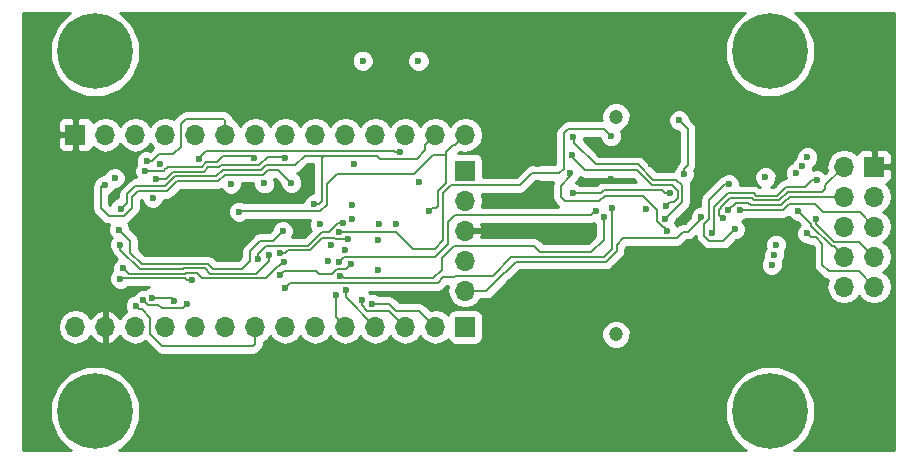
<source format=gbl>
G04 #@! TF.FileFunction,Copper,L4,Bot,Signal*
%FSLAX46Y46*%
G04 Gerber Fmt 4.6, Leading zero omitted, Abs format (unit mm)*
G04 Created by KiCad (PCBNEW 4.0.7) date 12/11/17 20:33:10*
%MOMM*%
%LPD*%
G01*
G04 APERTURE LIST*
%ADD10C,0.100000*%
%ADD11C,6.400000*%
%ADD12C,1.200000*%
%ADD13R,1.700000X1.700000*%
%ADD14O,1.700000X1.700000*%
%ADD15C,0.600000*%
%ADD16C,0.203200*%
%ADD17C,0.254000*%
G04 APERTURE END LIST*
D10*
D11*
X108150000Y-58520000D03*
X51000000Y-58520000D03*
X108150000Y-89000000D03*
X51000000Y-89000000D03*
D12*
X95108340Y-82484180D03*
X95108340Y-64057180D03*
D13*
X49339500Y-65580960D03*
D14*
X51879500Y-65580960D03*
X54419500Y-65580960D03*
X56959500Y-65580960D03*
X59499500Y-65580960D03*
X62039500Y-65580960D03*
X64579500Y-65580960D03*
X67119500Y-65580960D03*
X69659500Y-65580960D03*
X72199500Y-65580960D03*
X74739500Y-65580960D03*
X77279500Y-65580960D03*
X79819500Y-65580960D03*
X82359500Y-65580960D03*
D13*
X82359500Y-81854840D03*
D14*
X79819500Y-81854840D03*
X77279500Y-81854840D03*
X74739500Y-81854840D03*
X72199500Y-81854840D03*
X69659500Y-81854840D03*
X67119500Y-81854840D03*
X64579500Y-81854840D03*
X62039500Y-81854840D03*
X59499500Y-81854840D03*
X56959500Y-81854840D03*
X54419500Y-81854840D03*
X51879500Y-81854840D03*
X49339500Y-81854840D03*
D13*
X82336640Y-68613020D03*
D14*
X82336640Y-71153020D03*
X82336640Y-73693020D03*
X82336640Y-76233020D03*
X82336640Y-78773020D03*
D13*
X116964460Y-68275200D03*
D14*
X114424460Y-68275200D03*
X116964460Y-70815200D03*
X114424460Y-70815200D03*
X116964460Y-73355200D03*
X114424460Y-73355200D03*
X116964460Y-75895200D03*
X114424460Y-75895200D03*
X116964460Y-78435200D03*
X114424460Y-78435200D03*
D15*
X72787068Y-72707242D03*
X56390540Y-72260460D03*
X88720420Y-78927960D03*
X101521260Y-76758800D03*
X97815400Y-78973680D03*
X97646664Y-71855396D03*
X94663260Y-69372480D03*
X98044000Y-68064380D03*
X97844460Y-66470680D03*
X88521540Y-71290180D03*
X88488520Y-69662040D03*
X88487200Y-68070680D03*
X88557100Y-66466720D03*
X105789340Y-67960240D03*
X68676520Y-59390280D03*
X76448920Y-73129140D03*
X64792860Y-73253600D03*
X60131860Y-73266300D03*
X48480980Y-73243440D03*
X55892700Y-70933550D03*
X52671980Y-69245480D03*
X107769660Y-69176900D03*
X73670160Y-59319160D03*
X78392020Y-59319160D03*
X72745988Y-71552816D03*
X72892920Y-68094860D03*
X78407260Y-69618860D03*
X65338960Y-69702680D03*
X62529720Y-69758560D03*
X56491400Y-68087240D03*
X110333380Y-68839080D03*
X108666280Y-74881740D03*
X110884397Y-68259095D03*
X108493560Y-75778360D03*
X111318040Y-67485260D03*
X108297980Y-76606400D03*
X55379620Y-67843020D03*
X64485520Y-67550920D03*
X55227220Y-68661280D03*
X67066160Y-67550920D03*
X56177180Y-69290441D03*
X100449380Y-64348360D03*
X100860860Y-68900040D03*
X59832240Y-67604640D03*
X76845160Y-67017900D03*
X69570600Y-71440040D03*
X53172360Y-71831200D03*
X63186940Y-72092820D03*
X79272620Y-72057260D03*
X51831240Y-69829680D03*
X67635120Y-69653980D03*
X74429620Y-79885540D03*
X70027800Y-73141840D03*
X73591420Y-79606140D03*
X70957440Y-74911840D03*
X70701478Y-76250222D03*
X72232520Y-78757679D03*
X71368920Y-79134080D03*
X75001120Y-77062660D03*
X72146264Y-75321919D03*
X74993500Y-74462660D03*
X54452483Y-80066555D03*
X75008740Y-73162660D03*
X58826400Y-79900780D03*
X55091992Y-79585897D03*
X57731660Y-79656940D03*
X55862274Y-79369866D03*
X102318820Y-72532240D03*
X71988680Y-73052940D03*
X64772540Y-76116180D03*
X91457780Y-65811400D03*
X99293680Y-72699880D03*
X104134920Y-72664320D03*
X72669400Y-76525120D03*
X66685160Y-77424280D03*
X91231720Y-68836540D03*
X99448620Y-73720960D03*
X103263700Y-73941680D03*
X112113060Y-69448680D03*
X72463660Y-74449940D03*
X66678819Y-75622917D03*
X91386660Y-67337940D03*
X99381334Y-71586066D03*
X104622600Y-71991680D03*
X91470480Y-70533260D03*
X99659440Y-70545960D03*
X105592880Y-71953120D03*
X71662194Y-73805954D03*
X94688660Y-65725040D03*
X66895980Y-73728580D03*
X53047900Y-73642220D03*
X71650860Y-76351278D03*
X93390720Y-72011540D03*
X65722500Y-75725020D03*
X53154580Y-74891900D03*
X112036860Y-72702420D03*
X71777860Y-77554478D03*
X94076520Y-72588120D03*
X67012820Y-76349860D03*
X53398420Y-76893420D03*
X110523020Y-72044560D03*
X67119500Y-78559660D03*
X94757240Y-71770240D03*
X53149500Y-77769720D03*
X59235340Y-77901800D03*
X104675940Y-69768720D03*
X105161080Y-73588880D03*
X111328200Y-73941680D03*
D16*
X62039500Y-65580960D02*
X62039500Y-64378879D01*
X62039500Y-64378879D02*
X61892141Y-64231520D01*
X58254900Y-66614040D02*
X57627520Y-67241420D01*
X61892141Y-64231520D02*
X58727340Y-64231520D01*
X58727340Y-64231520D02*
X58254900Y-64703960D01*
X58254900Y-64703960D02*
X58254900Y-66614040D01*
X57627520Y-67241420D02*
X56405484Y-67241420D01*
X56405484Y-67241420D02*
X55803884Y-67843020D01*
X55803884Y-67843020D02*
X55379620Y-67843020D01*
X61843920Y-67388740D02*
X64323340Y-67388740D01*
X64323340Y-67388740D02*
X64485520Y-67550920D01*
X60411360Y-67915890D02*
X61316770Y-67915890D01*
X61316770Y-67915890D02*
X61843920Y-67388740D01*
X57146185Y-68292980D02*
X60034270Y-68292980D01*
X60034270Y-68292980D02*
X60411360Y-67915890D01*
X56863359Y-68688841D02*
X56863359Y-68575806D01*
X56863359Y-68575806D02*
X57146185Y-68292980D01*
X55227220Y-68661280D02*
X55651484Y-68661280D01*
X55651484Y-68661280D02*
X55679045Y-68688841D01*
X55679045Y-68688841D02*
X56863359Y-68688841D01*
X65610740Y-67431920D02*
X66947160Y-67431920D01*
X66947160Y-67431920D02*
X67066160Y-67550920D01*
X64890139Y-68152521D02*
X65610740Y-67431920D01*
X61483785Y-68319100D02*
X61650364Y-68152521D01*
X61650364Y-68152521D02*
X64890139Y-68152521D01*
X57617360Y-68696190D02*
X60201285Y-68696190D01*
X60201285Y-68696190D02*
X60578375Y-68319100D01*
X60578375Y-68319100D02*
X61483785Y-68319100D01*
X57023109Y-69290441D02*
X57617360Y-68696190D01*
X56177180Y-69290441D02*
X57023109Y-69290441D01*
X101191060Y-65090040D02*
X100449380Y-64348360D01*
X101191060Y-68145576D02*
X101191060Y-65090040D01*
X100860860Y-68900040D02*
X100860860Y-68475776D01*
X100860860Y-68475776D02*
X101191060Y-68145576D01*
X60416440Y-66949320D02*
X59832240Y-67533520D01*
X59832240Y-67533520D02*
X59832240Y-67604640D01*
X76352316Y-66949320D02*
X60416440Y-66949320D01*
X76845160Y-67017900D02*
X76420896Y-67017900D01*
X76420896Y-67017900D02*
X76352316Y-66949320D01*
X74893790Y-67352530D02*
X70436740Y-67352530D01*
X70436740Y-67352530D02*
X69715380Y-67352530D01*
X70203060Y-71231844D02*
X70203060Y-67513200D01*
X70203060Y-67513200D02*
X70363730Y-67352530D01*
X70363730Y-67352530D02*
X70436740Y-67352530D01*
X69570600Y-71440040D02*
X69994864Y-71440040D01*
X69994864Y-71440040D02*
X70203060Y-71231844D01*
X53721000Y-71340980D02*
X53230780Y-71831200D01*
X53230780Y-71831200D02*
X53172360Y-71831200D01*
X53721000Y-70614540D02*
X53721000Y-71340980D01*
X54406800Y-69928740D02*
X53721000Y-70614540D01*
X54503320Y-69928740D02*
X54406800Y-69928740D01*
X56955034Y-69928740D02*
X54503320Y-69928740D01*
X61273710Y-69099400D02*
X57784374Y-69099400D01*
X57784374Y-69099400D02*
X56955034Y-69928740D01*
X65057154Y-68555731D02*
X61817379Y-68555731D01*
X61817379Y-68555731D02*
X61273710Y-69099400D01*
X66237361Y-68152521D02*
X65460363Y-68152521D01*
X65460363Y-68152521D02*
X65057154Y-68555731D01*
X68753370Y-67352530D02*
X67953379Y-68152521D01*
X67953379Y-68152521D02*
X66237361Y-68152521D01*
X69715380Y-67352530D02*
X68753370Y-67352530D01*
X78969501Y-66887459D02*
X78237459Y-67619501D01*
X78237459Y-67619501D02*
X75160761Y-67619501D01*
X75160761Y-67619501D02*
X74893790Y-67352530D01*
X79819500Y-65580960D02*
X78969501Y-66430959D01*
X78969501Y-66430959D02*
X78969501Y-66887459D01*
X80713580Y-67056000D02*
X80713580Y-67264280D01*
X80713580Y-67264280D02*
X80713580Y-69701416D01*
X70056119Y-72041641D02*
X70606270Y-71491490D01*
X63186940Y-72092820D02*
X63238119Y-72041641D01*
X63238119Y-72041641D02*
X70056119Y-72041641D01*
X70606270Y-71491490D02*
X70606270Y-69761750D01*
X70606270Y-69761750D02*
X71485760Y-68882260D01*
X71485760Y-68882260D02*
X78005940Y-68882260D01*
X78005940Y-68882260D02*
X79623920Y-67264280D01*
X79623920Y-67264280D02*
X80713580Y-67264280D01*
X82359500Y-65580960D02*
X81509501Y-66430959D01*
X81509501Y-66430959D02*
X81338621Y-66430959D01*
X80054480Y-71575900D02*
X79873119Y-71757261D01*
X81338621Y-66430959D02*
X80713580Y-67056000D01*
X80713580Y-69701416D02*
X80054480Y-70360515D01*
X80054480Y-70360515D02*
X80054480Y-71575900D01*
X79873119Y-71757261D02*
X79572619Y-71757261D01*
X79572619Y-71757261D02*
X79272620Y-72057260D01*
X51475640Y-70017640D02*
X51663600Y-69829680D01*
X51663600Y-69829680D02*
X51831240Y-69829680D01*
X51475640Y-71751702D02*
X51475640Y-70017640D01*
X52156739Y-72432801D02*
X51475640Y-71751702D01*
X53465830Y-72428100D02*
X53461129Y-72432801D01*
X53461129Y-72432801D02*
X52156739Y-72432801D01*
X54628430Y-70331950D02*
X54124210Y-70836170D01*
X54124210Y-70836170D02*
X54124210Y-71769720D01*
X54124210Y-71769720D02*
X53465830Y-72428100D01*
X57122049Y-70331950D02*
X54628430Y-70331950D01*
X61440725Y-69502610D02*
X57951388Y-69502610D01*
X57951388Y-69502610D02*
X57122049Y-70331950D01*
X65224169Y-68958941D02*
X61984393Y-68958941D01*
X61984393Y-68958941D02*
X61440725Y-69502610D01*
X67635120Y-69653980D02*
X66536871Y-68555731D01*
X66536871Y-68555731D02*
X65627378Y-68555731D01*
X65627378Y-68555731D02*
X65224169Y-68958941D01*
X76482405Y-80487520D02*
X78452180Y-80487520D01*
X78452180Y-80487520D02*
X79819500Y-81854840D01*
X74429620Y-79885540D02*
X75880425Y-79885540D01*
X75880425Y-79885540D02*
X76482405Y-80487520D01*
X74051076Y-80490060D02*
X75914720Y-80490060D01*
X75914720Y-80490060D02*
X77279500Y-81854840D01*
X73591420Y-79606140D02*
X73591420Y-80030404D01*
X73591420Y-80030404D02*
X74051076Y-80490060D01*
X72232520Y-78757679D02*
X72232520Y-79347860D01*
X72232520Y-79347860D02*
X74739500Y-81854840D01*
X71368920Y-79134080D02*
X71368920Y-81024260D01*
X71368920Y-81024260D02*
X72199500Y-81854840D01*
X64404240Y-83459320D02*
X64579500Y-83284060D01*
X64579500Y-83284060D02*
X64579500Y-81854840D01*
X56713120Y-83459320D02*
X64404240Y-83459320D01*
X56262781Y-83008981D02*
X56713120Y-83459320D01*
X55702200Y-82445860D02*
X56262781Y-83006441D01*
X56262781Y-83006441D02*
X56262781Y-83008981D01*
X55702200Y-81092040D02*
X55702200Y-82445860D01*
X54976714Y-80366554D02*
X55702200Y-81092040D01*
X54452483Y-80066555D02*
X54752482Y-80366554D01*
X54752482Y-80366554D02*
X54976714Y-80366554D01*
X58448319Y-80258541D02*
X58806080Y-79900780D01*
X58806080Y-79900780D02*
X58826400Y-79900780D01*
X57442891Y-80258541D02*
X58448319Y-80258541D01*
X56360493Y-79971467D02*
X56647567Y-80258541D01*
X56647567Y-80258541D02*
X57442891Y-80258541D01*
X55091992Y-79585897D02*
X55477562Y-79971467D01*
X55477562Y-79971467D02*
X56360493Y-79971467D01*
X57500466Y-79369866D02*
X57731660Y-79601060D01*
X57731660Y-79601060D02*
X57731660Y-79656940D01*
X55862274Y-79369866D02*
X57500466Y-79369866D01*
X101221540Y-73781920D02*
X102318820Y-72684640D01*
X102318820Y-72684640D02*
X102318820Y-72532240D01*
X100825300Y-73781920D02*
X101221540Y-73781920D01*
X100256340Y-74350880D02*
X100825300Y-73781920D01*
X95722440Y-74350880D02*
X100256340Y-74350880D01*
X95160450Y-74912870D02*
X95722440Y-74350880D01*
X95160450Y-75399275D02*
X95160450Y-74912870D01*
X86690850Y-76318730D02*
X94240995Y-76318730D01*
X94240995Y-76318730D02*
X95160450Y-75399275D01*
X84140040Y-78773020D02*
X85732620Y-77180440D01*
X85732620Y-77180440D02*
X85829140Y-77180440D01*
X85829140Y-77180440D02*
X86690850Y-76318730D01*
X82336640Y-78773020D02*
X84140040Y-78773020D01*
X64772540Y-76116180D02*
X64772540Y-75691916D01*
X64772540Y-75691916D02*
X65486196Y-74978260D01*
X65486196Y-74978260D02*
X69019420Y-74978260D01*
X69019420Y-74978260D02*
X70215844Y-73781836D01*
X70215844Y-73781836D02*
X70835520Y-73781836D01*
X71988680Y-73052940D02*
X71564416Y-73052940D01*
X71564416Y-73052940D02*
X70835520Y-73781836D01*
X91569540Y-65923160D02*
X91457780Y-65811400D01*
X91569540Y-66268600D02*
X91569540Y-65923160D01*
X93398340Y-68097400D02*
X91569540Y-66268600D01*
X96981004Y-68097400D02*
X93398340Y-68097400D01*
X98261164Y-69377560D02*
X96981004Y-68097400D01*
X100236020Y-69377560D02*
X98261164Y-69377560D01*
X100738290Y-69879830D02*
X100236020Y-69377560D01*
X99293680Y-72699880D02*
X100738290Y-71255270D01*
X100738290Y-71255270D02*
X100738290Y-69879830D01*
X112821720Y-70182740D02*
X112821720Y-69877940D01*
X112821720Y-69877940D02*
X114424460Y-68275200D01*
X112592469Y-70411991D02*
X112821720Y-70182740D01*
X109638460Y-70411991D02*
X112592469Y-70411991D01*
X106793060Y-71146700D02*
X108903751Y-71146700D01*
X108903751Y-71146700D02*
X109638460Y-70411991D01*
X103834921Y-71935619D02*
X104020999Y-71749541D01*
X104020999Y-71749541D02*
X104020999Y-71702911D01*
X104020999Y-71702911D02*
X104775601Y-70948309D01*
X104775601Y-70948309D02*
X106594669Y-70948309D01*
X106594669Y-70948309D02*
X106793060Y-71146700D01*
X104134920Y-72664320D02*
X103834921Y-72364321D01*
X103834921Y-72364321D02*
X103834921Y-71935619D01*
X70004228Y-77385468D02*
X69964300Y-77345540D01*
X69964300Y-77345540D02*
X69809360Y-77190600D01*
X66685160Y-77424280D02*
X66985159Y-77124281D01*
X66985159Y-77124281D02*
X69743041Y-77124281D01*
X69743041Y-77124281D02*
X69964300Y-77345540D01*
X71056500Y-77385468D02*
X70004228Y-77385468D01*
X72241642Y-76952878D02*
X71489091Y-76952877D01*
X71489091Y-76952877D02*
X71056500Y-77385468D01*
X72669400Y-76525120D02*
X72241642Y-76952878D01*
X72656700Y-76537820D02*
X72669400Y-76525120D01*
X91231720Y-69118480D02*
X91231720Y-68836540D01*
X90457020Y-69893180D02*
X91231720Y-69118480D01*
X90457020Y-70863460D02*
X90457020Y-69893180D01*
X90822780Y-71229220D02*
X90457020Y-70863460D01*
X93679005Y-71229220D02*
X90822780Y-71229220D01*
X97393760Y-70751700D02*
X94156525Y-70751700D01*
X94156525Y-70751700D02*
X93679005Y-71229220D01*
X98562160Y-71920100D02*
X97393760Y-70751700D01*
X98562160Y-72858730D02*
X98562160Y-71920100D01*
X99448620Y-73720960D02*
X99148621Y-73420961D01*
X99148621Y-73420961D02*
X99124391Y-73420961D01*
X99124391Y-73420961D02*
X98562160Y-72858730D01*
X103431711Y-73740909D02*
X103263700Y-73908920D01*
X103263700Y-73908920D02*
X103263700Y-73941680D01*
X103853984Y-71299701D02*
X103431711Y-71721974D01*
X103431711Y-71721974D02*
X103431711Y-73740909D01*
X106761684Y-70545099D02*
X104608586Y-70545099D01*
X104608586Y-70545099D02*
X103853984Y-71299701D01*
X108736737Y-70743490D02*
X106960075Y-70743490D01*
X106960075Y-70743490D02*
X106761684Y-70545099D01*
X109077760Y-70402467D02*
X108736737Y-70743490D01*
X111128695Y-70008781D02*
X109471445Y-70008781D01*
X109471445Y-70008781D02*
X109077760Y-70402467D01*
X112113060Y-69448680D02*
X111688796Y-69448680D01*
X111688796Y-69448680D02*
X111128695Y-70008781D01*
X72463660Y-74449940D02*
X71415810Y-74449940D01*
X71415810Y-74449940D02*
X71276110Y-74310240D01*
X69186435Y-75381470D02*
X70257664Y-74310240D01*
X66678819Y-75622917D02*
X67103083Y-75622917D01*
X67103083Y-75622917D02*
X67344530Y-75381470D01*
X67344530Y-75381470D02*
X69186435Y-75381470D01*
X70257664Y-74310240D02*
X71276110Y-74310240D01*
X92511880Y-68562220D02*
X91386660Y-67437000D01*
X91386660Y-67437000D02*
X91386660Y-67337940D01*
X96875600Y-68562220D02*
X92511880Y-68562220D01*
X99818290Y-69814440D02*
X98127820Y-69814440D01*
X98127820Y-69814440D02*
X96875600Y-68562220D01*
X100335080Y-70954900D02*
X100335080Y-70331230D01*
X100335080Y-70331230D02*
X99818290Y-69814440D01*
X100003913Y-71286067D02*
X100335080Y-70954900D01*
X99381334Y-71586066D02*
X99681333Y-71286067D01*
X99681333Y-71286067D02*
X100003913Y-71286067D01*
X109070766Y-71549910D02*
X109312715Y-71307960D01*
X109312715Y-71307960D02*
X109580926Y-71039749D01*
X114424460Y-70815200D02*
X109805475Y-70815200D01*
X109805475Y-70815200D02*
X109312715Y-71307960D01*
X106515550Y-71549910D02*
X109070766Y-71549910D01*
X106317159Y-71351519D02*
X106515550Y-71549910D01*
X104622600Y-71991680D02*
X105262761Y-71351519D01*
X105262761Y-71351519D02*
X106317159Y-71351519D01*
X93804740Y-70533260D02*
X91470480Y-70533260D01*
X94058740Y-70279260D02*
X93804740Y-70533260D01*
X98968476Y-70279260D02*
X94058740Y-70279260D01*
X99659440Y-70545960D02*
X99235176Y-70545960D01*
X99235176Y-70545960D02*
X98968476Y-70279260D01*
X105592880Y-71953120D02*
X109237780Y-71953120D01*
X109237780Y-71953120D02*
X109747941Y-71442959D01*
X109747941Y-71442959D02*
X111948339Y-71442959D01*
X111948339Y-71442959D02*
X112636300Y-72130920D01*
X112636300Y-72130920D02*
X115740180Y-72130920D01*
X115740180Y-72130920D02*
X116964460Y-73355200D01*
X77891640Y-75222100D02*
X79750920Y-75222100D01*
X74612500Y-73784460D02*
X76454000Y-73784460D01*
X76454000Y-73784460D02*
X77891640Y-75222100D01*
X74612500Y-73784460D02*
X71662194Y-73805954D01*
X71640700Y-73784460D02*
X71662194Y-73805954D01*
X94063820Y-65100200D02*
X94688660Y-65725040D01*
X91036140Y-65100200D02*
X94063820Y-65100200D01*
X90688160Y-65448180D02*
X91036140Y-65100200D01*
X90688160Y-68453000D02*
X90688160Y-65448180D01*
X90309700Y-68831460D02*
X90688160Y-68453000D01*
X87988140Y-68831460D02*
X90309700Y-68831460D01*
X86956900Y-69862700D02*
X87988140Y-68831460D01*
X81122520Y-69862700D02*
X86956900Y-69862700D01*
X80457690Y-70527530D02*
X81122520Y-69862700D01*
X79750920Y-75222100D02*
X80457690Y-74515330D01*
X80457690Y-74515330D02*
X80457690Y-70527530D01*
X64996060Y-74551540D02*
X66073020Y-74551540D01*
X66073020Y-74551540D02*
X66895980Y-73728580D01*
X64112140Y-75435460D02*
X64996060Y-74551540D01*
X64112140Y-76276200D02*
X64112140Y-75435460D01*
X63440280Y-76948060D02*
X64112140Y-76276200D01*
X60999400Y-76948060D02*
X63440280Y-76948060D01*
X58314191Y-76493779D02*
X60545119Y-76493779D01*
X60545119Y-76493779D02*
X60999400Y-76948060D01*
X54950300Y-76541660D02*
X58266310Y-76541660D01*
X58266310Y-76541660D02*
X58314191Y-76493779D01*
X54002260Y-75593620D02*
X54950300Y-76541660D01*
X54002260Y-74596580D02*
X54002260Y-75593620D01*
X53047900Y-73642220D02*
X54002260Y-74596580D01*
X66847720Y-73680320D02*
X66895980Y-73728580D01*
X71650860Y-76351278D02*
X72078619Y-75923519D01*
X92976700Y-72410320D02*
X93375480Y-72011540D01*
X72078619Y-75923519D02*
X77015719Y-75923519D01*
X77015719Y-75923519D02*
X77026258Y-75912980D01*
X77026258Y-75912980D02*
X79756000Y-75912980D01*
X79756000Y-75912980D02*
X80860900Y-74808080D01*
X80860900Y-74808080D02*
X80860900Y-73004680D01*
X80860900Y-73004680D02*
X81455260Y-72410320D01*
X81455260Y-72410320D02*
X92976700Y-72410320D01*
X93375480Y-72011540D02*
X93390720Y-72011540D01*
X65722500Y-76276200D02*
X65722500Y-75725020D01*
X64647430Y-77351270D02*
X65722500Y-76276200D01*
X60780310Y-77351270D02*
X64647430Y-77351270D01*
X58481206Y-76896989D02*
X60326029Y-76896989D01*
X60326029Y-76896989D02*
X60780310Y-77351270D01*
X54783286Y-76944870D02*
X58433325Y-76944870D01*
X58433325Y-76944870D02*
X58481206Y-76896989D01*
X53154580Y-74891900D02*
X53154580Y-75316164D01*
X53154580Y-75316164D02*
X54783286Y-76944870D01*
X113532836Y-74622660D02*
X115691920Y-74622660D01*
X115691920Y-74622660D02*
X116964460Y-75895200D01*
X112036860Y-72702420D02*
X112036860Y-73126684D01*
X112036860Y-73126684D02*
X113532836Y-74622660D01*
X72048029Y-77752869D02*
X71849638Y-77554478D01*
X71849638Y-77554478D02*
X71777860Y-77554478D01*
X79605211Y-77752869D02*
X72048029Y-77752869D01*
X94076520Y-74457560D02*
X94076520Y-72588120D01*
X93021770Y-75512310D02*
X94076520Y-74457560D01*
X88715230Y-75512310D02*
X93021770Y-75512310D01*
X81389220Y-74990960D02*
X88193880Y-74990960D01*
X88193880Y-74990960D02*
X88715230Y-75512310D01*
X80345280Y-76034900D02*
X81389220Y-74990960D01*
X80345280Y-77012800D02*
X80345280Y-76034900D01*
X79605211Y-77752869D02*
X80345280Y-77012800D01*
X66583560Y-76715620D02*
X66949320Y-76349860D01*
X66949320Y-76349860D02*
X67012820Y-76349860D01*
X66503450Y-76715620D02*
X66583560Y-76715620D01*
X60093860Y-77754480D02*
X65464590Y-77754480D01*
X65464590Y-77754480D02*
X66503450Y-76715620D01*
X59639579Y-77300199D02*
X60093860Y-77754480D01*
X58600340Y-77348080D02*
X58648221Y-77300199D01*
X58648221Y-77300199D02*
X59639579Y-77300199D01*
X53853080Y-77348080D02*
X58600340Y-77348080D01*
X53398420Y-76893420D02*
X53853080Y-77348080D01*
X110523020Y-72044560D02*
X111633650Y-73155190D01*
X111633650Y-73155190D02*
X111633650Y-73293699D01*
X111633650Y-73293699D02*
X113385153Y-75045201D01*
X113385153Y-75045201D02*
X113574461Y-75045201D01*
X113574461Y-75045201D02*
X114424460Y-75895200D01*
X94757240Y-71770240D02*
X94757240Y-75232260D01*
X94757240Y-75232260D02*
X94073980Y-75915520D01*
X94073980Y-75915520D02*
X86258400Y-75915520D01*
X86258400Y-75915520D02*
X84663280Y-77510640D01*
X84663280Y-77510640D02*
X81523840Y-77510640D01*
X81523840Y-77510640D02*
X81373980Y-77660500D01*
X81373980Y-77660500D02*
X80502760Y-77660500D01*
X80007181Y-78156079D02*
X67523081Y-78156079D01*
X80502760Y-77660500D02*
X80007181Y-78156079D01*
X67523081Y-78156079D02*
X67119500Y-78559660D01*
X58661216Y-77751940D02*
X53167280Y-77751940D01*
X53167280Y-77751940D02*
X53149500Y-77769720D01*
X59235340Y-77901800D02*
X58811076Y-77901800D01*
X58811076Y-77901800D02*
X58661216Y-77751940D01*
X104302560Y-69768720D02*
X104675940Y-69768720D01*
X102956360Y-71114920D02*
X104302560Y-69768720D01*
X102956360Y-72758300D02*
X102956360Y-71114920D01*
X102595680Y-74164030D02*
X102595680Y-73118980D01*
X102595680Y-73118980D02*
X102956360Y-72758300D01*
X103409119Y-74543281D02*
X102974931Y-74543281D01*
X102974931Y-74543281D02*
X102595680Y-74164030D01*
X105161080Y-73588880D02*
X104206679Y-74543281D01*
X104206679Y-74543281D02*
X103409119Y-74543281D01*
X113146840Y-77149960D02*
X115679220Y-77149960D01*
X115679220Y-77149960D02*
X116964460Y-78435200D01*
X112577845Y-76580965D02*
X113146840Y-77149960D01*
X112577845Y-74808117D02*
X112577845Y-76580965D01*
X111328200Y-73941680D02*
X111628199Y-74241679D01*
X111628199Y-74241679D02*
X112011407Y-74241679D01*
X112011407Y-74241679D02*
X112577845Y-74808117D01*
D17*
G36*
X48830485Y-55266950D02*
X47750741Y-56344811D01*
X47165667Y-57753825D01*
X47164336Y-59279482D01*
X47746950Y-60689515D01*
X48824811Y-61769259D01*
X50233825Y-62354333D01*
X51759482Y-62355664D01*
X53169515Y-61773050D01*
X54249259Y-60695189D01*
X54743748Y-59504327D01*
X72734998Y-59504327D01*
X72877043Y-59848103D01*
X73139833Y-60111352D01*
X73483361Y-60253998D01*
X73855327Y-60254322D01*
X74199103Y-60112277D01*
X74462352Y-59849487D01*
X74604998Y-59505959D01*
X74604999Y-59504327D01*
X77456858Y-59504327D01*
X77598903Y-59848103D01*
X77861693Y-60111352D01*
X78205221Y-60253998D01*
X78577187Y-60254322D01*
X78920963Y-60112277D01*
X79184212Y-59849487D01*
X79326858Y-59505959D01*
X79327182Y-59133993D01*
X79185137Y-58790217D01*
X78922347Y-58526968D01*
X78578819Y-58384322D01*
X78206853Y-58383998D01*
X77863077Y-58526043D01*
X77599828Y-58788833D01*
X77457182Y-59132361D01*
X77456858Y-59504327D01*
X74604999Y-59504327D01*
X74605322Y-59133993D01*
X74463277Y-58790217D01*
X74200487Y-58526968D01*
X73856959Y-58384322D01*
X73484993Y-58383998D01*
X73141217Y-58526043D01*
X72877968Y-58788833D01*
X72735322Y-59132361D01*
X72734998Y-59504327D01*
X54743748Y-59504327D01*
X54834333Y-59286175D01*
X54835664Y-57760518D01*
X54253050Y-56350485D01*
X53175189Y-55270741D01*
X53103228Y-55240860D01*
X106043628Y-55240860D01*
X105980485Y-55266950D01*
X104900741Y-56344811D01*
X104315667Y-57753825D01*
X104314336Y-59279482D01*
X104896950Y-60689515D01*
X105974811Y-61769259D01*
X107383825Y-62354333D01*
X108909482Y-62355664D01*
X110319515Y-61773050D01*
X111399259Y-60695189D01*
X111984333Y-59286175D01*
X111985664Y-57760518D01*
X111403050Y-56350485D01*
X110325189Y-55270741D01*
X110253228Y-55240860D01*
X118690720Y-55240860D01*
X118690720Y-92315360D01*
X110168713Y-92315360D01*
X110319515Y-92253050D01*
X111399259Y-91175189D01*
X111984333Y-89766175D01*
X111985664Y-88240518D01*
X111403050Y-86830485D01*
X110325189Y-85750741D01*
X108916175Y-85165667D01*
X107390518Y-85164336D01*
X105980485Y-85746950D01*
X104900741Y-86824811D01*
X104315667Y-88233825D01*
X104314336Y-89759482D01*
X104896950Y-91169515D01*
X105974811Y-92249259D01*
X106134000Y-92315360D01*
X53018713Y-92315360D01*
X53169515Y-92253050D01*
X54249259Y-91175189D01*
X54834333Y-89766175D01*
X54835664Y-88240518D01*
X54253050Y-86830485D01*
X53175189Y-85750741D01*
X51766175Y-85165667D01*
X50240518Y-85164336D01*
X48830485Y-85746950D01*
X47750741Y-86824811D01*
X47165667Y-88233825D01*
X47164336Y-89759482D01*
X47746950Y-91169515D01*
X48824811Y-92249259D01*
X48984000Y-92315360D01*
X44938620Y-92315360D01*
X44938620Y-81825747D01*
X47854500Y-81825747D01*
X47854500Y-81883933D01*
X47967539Y-82452218D01*
X48289446Y-82933987D01*
X48771215Y-83255894D01*
X49339500Y-83368933D01*
X49907785Y-83255894D01*
X50389554Y-82933987D01*
X50617202Y-82593287D01*
X50684317Y-82736198D01*
X51112576Y-83126485D01*
X51522610Y-83296316D01*
X51752500Y-83174995D01*
X51752500Y-81981840D01*
X51732500Y-81981840D01*
X51732500Y-81727840D01*
X51752500Y-81727840D01*
X51752500Y-80534685D01*
X51522610Y-80413364D01*
X51112576Y-80583195D01*
X50684317Y-80973482D01*
X50617202Y-81116393D01*
X50389554Y-80775693D01*
X49907785Y-80453786D01*
X49339500Y-80340747D01*
X48771215Y-80453786D01*
X48289446Y-80775693D01*
X47967539Y-81257462D01*
X47854500Y-81825747D01*
X44938620Y-81825747D01*
X44938620Y-65866710D01*
X47854500Y-65866710D01*
X47854500Y-66557269D01*
X47951173Y-66790658D01*
X48129801Y-66969287D01*
X48363190Y-67065960D01*
X49053750Y-67065960D01*
X49212500Y-66907210D01*
X49212500Y-65707960D01*
X48013250Y-65707960D01*
X47854500Y-65866710D01*
X44938620Y-65866710D01*
X44938620Y-64604651D01*
X47854500Y-64604651D01*
X47854500Y-65295210D01*
X48013250Y-65453960D01*
X49212500Y-65453960D01*
X49212500Y-64254710D01*
X49466500Y-64254710D01*
X49466500Y-65453960D01*
X49486500Y-65453960D01*
X49486500Y-65707960D01*
X49466500Y-65707960D01*
X49466500Y-66907210D01*
X49625250Y-67065960D01*
X50315810Y-67065960D01*
X50549199Y-66969287D01*
X50727827Y-66790658D01*
X50800097Y-66616183D01*
X50829446Y-66660107D01*
X51311215Y-66982014D01*
X51879500Y-67095053D01*
X52447785Y-66982014D01*
X52929554Y-66660107D01*
X53149500Y-66330934D01*
X53369446Y-66660107D01*
X53851215Y-66982014D01*
X54419500Y-67095053D01*
X54987785Y-66982014D01*
X55469554Y-66660107D01*
X55689500Y-66330934D01*
X55909446Y-66660107D01*
X55942278Y-66682045D01*
X55925781Y-66693068D01*
X55884629Y-66720565D01*
X55658695Y-66946499D01*
X55566419Y-66908182D01*
X55194453Y-66907858D01*
X54850677Y-67049903D01*
X54587428Y-67312693D01*
X54444782Y-67656221D01*
X54444458Y-68028187D01*
X54471766Y-68094279D01*
X54435028Y-68130953D01*
X54292382Y-68474481D01*
X54292058Y-68846447D01*
X54434103Y-69190223D01*
X54436017Y-69192140D01*
X54406800Y-69192140D01*
X54124915Y-69248210D01*
X53925756Y-69381284D01*
X53885945Y-69407885D01*
X53200145Y-70093685D01*
X53040470Y-70332655D01*
X52984400Y-70614540D01*
X52984400Y-70897192D01*
X52643417Y-71038083D01*
X52380168Y-71300873D01*
X52288142Y-71522494D01*
X52212240Y-71446592D01*
X52212240Y-70683926D01*
X52360183Y-70622797D01*
X52623432Y-70360007D01*
X52697969Y-70180503D01*
X52857147Y-70180642D01*
X53200923Y-70038597D01*
X53464172Y-69775807D01*
X53606818Y-69432279D01*
X53607142Y-69060313D01*
X53465097Y-68716537D01*
X53202307Y-68453288D01*
X52858779Y-68310642D01*
X52486813Y-68310318D01*
X52143037Y-68452363D01*
X51879788Y-68715153D01*
X51805251Y-68894657D01*
X51646073Y-68894518D01*
X51302297Y-69036563D01*
X51039048Y-69299353D01*
X50958687Y-69492883D01*
X50954785Y-69496785D01*
X50795110Y-69735755D01*
X50739040Y-70017640D01*
X50739040Y-71751702D01*
X50795110Y-72033587D01*
X50954785Y-72272557D01*
X51635884Y-72953656D01*
X51874854Y-73113331D01*
X52156739Y-73169401D01*
X52231828Y-73169401D01*
X52113062Y-73455421D01*
X52112738Y-73827387D01*
X52254783Y-74171163D01*
X52403696Y-74320337D01*
X52362388Y-74361573D01*
X52219742Y-74705101D01*
X52219418Y-75077067D01*
X52361463Y-75420843D01*
X52458047Y-75517596D01*
X52474050Y-75598049D01*
X52633725Y-75837019D01*
X52888959Y-76092253D01*
X52869477Y-76100303D01*
X52606228Y-76363093D01*
X52463582Y-76706621D01*
X52463258Y-77078587D01*
X52479359Y-77117555D01*
X52357308Y-77239393D01*
X52214662Y-77582921D01*
X52214338Y-77954887D01*
X52356383Y-78298663D01*
X52619173Y-78561912D01*
X52962701Y-78704558D01*
X53334667Y-78704882D01*
X53678443Y-78562837D01*
X53752870Y-78488540D01*
X55546814Y-78488540D01*
X55333331Y-78576749D01*
X55258909Y-78651042D01*
X54906825Y-78650735D01*
X54563049Y-78792780D01*
X54299800Y-79055570D01*
X54268315Y-79131394D01*
X54267316Y-79131393D01*
X53923540Y-79273438D01*
X53660291Y-79536228D01*
X53517645Y-79879756D01*
X53517321Y-80251722D01*
X53654987Y-80584901D01*
X53369446Y-80775693D01*
X53141798Y-81116393D01*
X53074683Y-80973482D01*
X52646424Y-80583195D01*
X52236390Y-80413364D01*
X52006500Y-80534685D01*
X52006500Y-81727840D01*
X52026500Y-81727840D01*
X52026500Y-81981840D01*
X52006500Y-81981840D01*
X52006500Y-83174995D01*
X52236390Y-83296316D01*
X52646424Y-83126485D01*
X53074683Y-82736198D01*
X53141798Y-82593287D01*
X53369446Y-82933987D01*
X53851215Y-83255894D01*
X54419500Y-83368933D01*
X54987785Y-83255894D01*
X55277166Y-83062536D01*
X55736811Y-83522181D01*
X55741926Y-83529836D01*
X56192265Y-83980175D01*
X56431236Y-84139851D01*
X56713120Y-84195921D01*
X56713125Y-84195920D01*
X64404240Y-84195920D01*
X64686125Y-84139850D01*
X64925095Y-83980175D01*
X65100355Y-83804915D01*
X65260030Y-83565945D01*
X65316100Y-83284060D01*
X65316100Y-83143430D01*
X65629554Y-82933987D01*
X65849500Y-82604814D01*
X66069446Y-82933987D01*
X66551215Y-83255894D01*
X67119500Y-83368933D01*
X67687785Y-83255894D01*
X68169554Y-82933987D01*
X68389500Y-82604814D01*
X68609446Y-82933987D01*
X69091215Y-83255894D01*
X69659500Y-83368933D01*
X70227785Y-83255894D01*
X70709554Y-82933987D01*
X70929500Y-82604814D01*
X71149446Y-82933987D01*
X71631215Y-83255894D01*
X72199500Y-83368933D01*
X72767785Y-83255894D01*
X73249554Y-82933987D01*
X73469500Y-82604814D01*
X73689446Y-82933987D01*
X74171215Y-83255894D01*
X74739500Y-83368933D01*
X75307785Y-83255894D01*
X75789554Y-82933987D01*
X76009500Y-82604814D01*
X76229446Y-82933987D01*
X76711215Y-83255894D01*
X77279500Y-83368933D01*
X77847785Y-83255894D01*
X78329554Y-82933987D01*
X78549500Y-82604814D01*
X78769446Y-82933987D01*
X79251215Y-83255894D01*
X79819500Y-83368933D01*
X80387785Y-83255894D01*
X80869554Y-82933987D01*
X80897350Y-82892388D01*
X80906338Y-82940157D01*
X81045410Y-83156281D01*
X81257610Y-83301271D01*
X81509500Y-83352280D01*
X83209500Y-83352280D01*
X83444817Y-83308002D01*
X83660941Y-83168930D01*
X83805931Y-82956730D01*
X83852096Y-82728759D01*
X93873126Y-82728759D01*
X94060748Y-83182837D01*
X94407855Y-83530551D01*
X94861606Y-83718965D01*
X95352919Y-83719394D01*
X95806997Y-83531772D01*
X96154711Y-83184665D01*
X96343125Y-82730914D01*
X96343554Y-82239601D01*
X96155932Y-81785523D01*
X95808825Y-81437809D01*
X95355074Y-81249395D01*
X94863761Y-81248966D01*
X94409683Y-81436588D01*
X94061969Y-81783695D01*
X93873555Y-82237446D01*
X93873126Y-82728759D01*
X83852096Y-82728759D01*
X83856940Y-82704840D01*
X83856940Y-81004840D01*
X83812662Y-80769523D01*
X83673590Y-80553399D01*
X83461390Y-80408409D01*
X83209500Y-80357400D01*
X81509500Y-80357400D01*
X81274183Y-80401678D01*
X81058059Y-80540750D01*
X80913069Y-80752950D01*
X80899414Y-80820381D01*
X80869554Y-80775693D01*
X80387785Y-80453786D01*
X79819500Y-80340747D01*
X79425490Y-80419120D01*
X78973035Y-79966665D01*
X78734065Y-79806990D01*
X78452180Y-79750920D01*
X76787515Y-79750920D01*
X76401280Y-79364685D01*
X76162310Y-79205010D01*
X75880425Y-79148940D01*
X75015442Y-79148940D01*
X74959947Y-79093348D01*
X74616419Y-78950702D01*
X74257951Y-78950390D01*
X74200341Y-78892679D01*
X80007181Y-78892679D01*
X80289066Y-78836609D01*
X80528036Y-78676934D01*
X80807870Y-78397100D01*
X80897322Y-78397100D01*
X80822547Y-78773020D01*
X80935586Y-79341305D01*
X81257493Y-79823074D01*
X81739262Y-80144981D01*
X82307547Y-80258020D01*
X82365733Y-80258020D01*
X82934018Y-80144981D01*
X83415787Y-79823074D01*
X83625230Y-79509620D01*
X84140040Y-79509620D01*
X84421925Y-79453550D01*
X84660895Y-79293875D01*
X86089523Y-77865247D01*
X86111025Y-77860970D01*
X86349995Y-77701295D01*
X86995960Y-77055330D01*
X94240995Y-77055330D01*
X94522880Y-76999260D01*
X94761850Y-76839585D01*
X94809868Y-76791567D01*
X107362818Y-76791567D01*
X107504863Y-77135343D01*
X107767653Y-77398592D01*
X108111181Y-77541238D01*
X108483147Y-77541562D01*
X108826923Y-77399517D01*
X109090172Y-77136727D01*
X109232818Y-76793199D01*
X109233142Y-76421233D01*
X109215582Y-76378735D01*
X109285752Y-76308687D01*
X109428398Y-75965159D01*
X109428722Y-75593193D01*
X109384425Y-75485985D01*
X109458472Y-75412067D01*
X109601118Y-75068539D01*
X109601442Y-74696573D01*
X109459397Y-74352797D01*
X109196607Y-74089548D01*
X108853079Y-73946902D01*
X108481113Y-73946578D01*
X108137337Y-74088623D01*
X107874088Y-74351413D01*
X107731442Y-74694941D01*
X107731118Y-75066907D01*
X107775415Y-75174115D01*
X107701368Y-75248033D01*
X107558722Y-75591561D01*
X107558398Y-75963527D01*
X107575958Y-76006025D01*
X107505788Y-76076073D01*
X107363142Y-76419601D01*
X107362818Y-76791567D01*
X94809868Y-76791567D01*
X95681305Y-75920130D01*
X95697963Y-75895200D01*
X95840980Y-75681160D01*
X95897050Y-75399275D01*
X95897050Y-75217980D01*
X96027550Y-75087480D01*
X100256340Y-75087480D01*
X100538225Y-75031410D01*
X100777195Y-74871735D01*
X101130410Y-74518520D01*
X101221540Y-74518520D01*
X101503425Y-74462450D01*
X101742395Y-74302775D01*
X101862740Y-74182430D01*
X101915150Y-74445915D01*
X102074825Y-74684885D01*
X102454076Y-75064136D01*
X102693046Y-75223811D01*
X102974931Y-75279881D01*
X104206679Y-75279881D01*
X104488564Y-75223811D01*
X104727534Y-75064136D01*
X105267696Y-74523974D01*
X105346247Y-74524042D01*
X105690023Y-74381997D01*
X105953272Y-74119207D01*
X106095918Y-73775679D01*
X106096242Y-73403713D01*
X105954197Y-73059937D01*
X105781441Y-72886880D01*
X106121823Y-72746237D01*
X106178439Y-72689720D01*
X109237780Y-72689720D01*
X109519665Y-72633650D01*
X109703893Y-72510553D01*
X109729903Y-72573503D01*
X109992693Y-72836752D01*
X110336221Y-72979398D01*
X110416218Y-72979468D01*
X110692192Y-73255442D01*
X110536008Y-73411353D01*
X110393362Y-73754881D01*
X110393038Y-74126847D01*
X110535083Y-74470623D01*
X110797873Y-74733872D01*
X111141401Y-74876518D01*
X111278111Y-74876637D01*
X111346314Y-74922209D01*
X111628199Y-74978279D01*
X111706297Y-74978279D01*
X111841245Y-75113227D01*
X111841245Y-76580965D01*
X111897315Y-76862850D01*
X112056990Y-77101820D01*
X112625985Y-77670815D01*
X112864955Y-77830490D01*
X113026300Y-77862583D01*
X113023406Y-77866915D01*
X112910367Y-78435200D01*
X113023406Y-79003485D01*
X113345313Y-79485254D01*
X113827082Y-79807161D01*
X114395367Y-79920200D01*
X114453553Y-79920200D01*
X115021838Y-79807161D01*
X115503607Y-79485254D01*
X115694460Y-79199622D01*
X115885313Y-79485254D01*
X116367082Y-79807161D01*
X116935367Y-79920200D01*
X116993553Y-79920200D01*
X117561838Y-79807161D01*
X118043607Y-79485254D01*
X118365514Y-79003485D01*
X118478553Y-78435200D01*
X118365514Y-77866915D01*
X118043607Y-77385146D01*
X117714434Y-77165200D01*
X118043607Y-76945254D01*
X118365514Y-76463485D01*
X118478553Y-75895200D01*
X118365514Y-75326915D01*
X118043607Y-74845146D01*
X117714434Y-74625200D01*
X118043607Y-74405254D01*
X118365514Y-73923485D01*
X118478553Y-73355200D01*
X118365514Y-72786915D01*
X118043607Y-72305146D01*
X117714434Y-72085200D01*
X118043607Y-71865254D01*
X118365514Y-71383485D01*
X118478553Y-70815200D01*
X118365514Y-70246915D01*
X118043607Y-69765146D01*
X117999683Y-69735797D01*
X118174158Y-69663527D01*
X118352787Y-69484899D01*
X118449460Y-69251510D01*
X118449460Y-68560950D01*
X118290710Y-68402200D01*
X117091460Y-68402200D01*
X117091460Y-68422200D01*
X116837460Y-68422200D01*
X116837460Y-68402200D01*
X116817460Y-68402200D01*
X116817460Y-68148200D01*
X116837460Y-68148200D01*
X116837460Y-66948950D01*
X117091460Y-66948950D01*
X117091460Y-68148200D01*
X118290710Y-68148200D01*
X118449460Y-67989450D01*
X118449460Y-67298890D01*
X118352787Y-67065501D01*
X118174158Y-66886873D01*
X117940769Y-66790200D01*
X117250210Y-66790200D01*
X117091460Y-66948950D01*
X116837460Y-66948950D01*
X116678710Y-66790200D01*
X115988151Y-66790200D01*
X115754762Y-66886873D01*
X115576133Y-67065501D01*
X115507557Y-67231058D01*
X115503607Y-67225146D01*
X115021838Y-66903239D01*
X114453553Y-66790200D01*
X114395367Y-66790200D01*
X113827082Y-66903239D01*
X113345313Y-67225146D01*
X113023406Y-67706915D01*
X112910367Y-68275200D01*
X112988740Y-68669210D01*
X112822268Y-68835682D01*
X112643387Y-68656488D01*
X112299859Y-68513842D01*
X111927893Y-68513518D01*
X111762836Y-68581718D01*
X111819235Y-68445894D01*
X111819371Y-68289786D01*
X111846983Y-68278377D01*
X112110232Y-68015587D01*
X112252878Y-67672059D01*
X112253202Y-67300093D01*
X112111157Y-66956317D01*
X111848367Y-66693068D01*
X111504839Y-66550422D01*
X111132873Y-66550098D01*
X110789097Y-66692143D01*
X110525848Y-66954933D01*
X110383202Y-67298461D01*
X110383066Y-67454569D01*
X110355454Y-67465978D01*
X110092205Y-67728768D01*
X109992814Y-67968128D01*
X109804437Y-68045963D01*
X109541188Y-68308753D01*
X109398542Y-68652281D01*
X109398218Y-69024247D01*
X109500662Y-69272181D01*
X109471444Y-69272181D01*
X109189559Y-69328251D01*
X109050909Y-69420895D01*
X108952222Y-69486836D01*
X108950589Y-69487927D01*
X108556905Y-69881612D01*
X108431627Y-70006890D01*
X108209363Y-70006890D01*
X108298603Y-69970017D01*
X108561852Y-69707227D01*
X108704498Y-69363699D01*
X108704822Y-68991733D01*
X108562777Y-68647957D01*
X108299987Y-68384708D01*
X107956459Y-68242062D01*
X107584493Y-68241738D01*
X107240717Y-68383783D01*
X106977468Y-68646573D01*
X106834822Y-68990101D01*
X106834498Y-69362067D01*
X106976543Y-69705843D01*
X107239333Y-69969092D01*
X107330360Y-70006890D01*
X107256567Y-70006890D01*
X107043569Y-69864569D01*
X106761684Y-69808499D01*
X105610906Y-69808499D01*
X105611102Y-69583553D01*
X105469057Y-69239777D01*
X105206267Y-68976528D01*
X104862739Y-68833882D01*
X104490773Y-68833558D01*
X104146997Y-68975603D01*
X104037582Y-69084827D01*
X104020675Y-69088190D01*
X103781705Y-69247865D01*
X102435505Y-70594065D01*
X102275830Y-70833035D01*
X102219760Y-71114920D01*
X102219760Y-71597153D01*
X102133653Y-71597078D01*
X101789877Y-71739123D01*
X101526628Y-72001913D01*
X101383982Y-72345441D01*
X101383779Y-72577971D01*
X100916430Y-73045320D01*
X100825300Y-73045320D01*
X100543415Y-73101390D01*
X100304445Y-73261065D01*
X100280260Y-73285250D01*
X100241737Y-73192017D01*
X100142859Y-73092967D01*
X100228518Y-72886679D01*
X100228588Y-72806682D01*
X101259145Y-71776125D01*
X101418820Y-71537155D01*
X101474890Y-71255270D01*
X101474890Y-69879830D01*
X101429814Y-69653216D01*
X101653052Y-69430367D01*
X101795698Y-69086839D01*
X101796022Y-68714873D01*
X101751517Y-68607162D01*
X101871590Y-68427461D01*
X101927660Y-68145576D01*
X101927660Y-65090040D01*
X101871590Y-64808155D01*
X101711915Y-64569185D01*
X101384474Y-64241744D01*
X101384542Y-64163193D01*
X101242497Y-63819417D01*
X100979707Y-63556168D01*
X100636179Y-63413522D01*
X100264213Y-63413198D01*
X99920437Y-63555243D01*
X99657188Y-63818033D01*
X99514542Y-64161561D01*
X99514218Y-64533527D01*
X99656263Y-64877303D01*
X99919053Y-65140552D01*
X100262581Y-65283198D01*
X100342578Y-65283268D01*
X100454460Y-65395150D01*
X100454460Y-67840466D01*
X100340005Y-67954921D01*
X100180330Y-68193891D01*
X100164358Y-68274190D01*
X100068668Y-68369713D01*
X99956036Y-68640960D01*
X98566274Y-68640960D01*
X97501859Y-67576545D01*
X97262889Y-67416870D01*
X96981004Y-67360800D01*
X93703450Y-67360800D01*
X92377429Y-66034779D01*
X92392618Y-65998199D01*
X92392759Y-65836800D01*
X93753562Y-65836800D01*
X93753498Y-65910207D01*
X93895543Y-66253983D01*
X94158333Y-66517232D01*
X94501861Y-66659878D01*
X94873827Y-66660202D01*
X95217603Y-66518157D01*
X95480852Y-66255367D01*
X95623498Y-65911839D01*
X95623822Y-65539873D01*
X95496972Y-65232872D01*
X95806997Y-65104772D01*
X96154711Y-64757665D01*
X96343125Y-64303914D01*
X96343554Y-63812601D01*
X96155932Y-63358523D01*
X95808825Y-63010809D01*
X95355074Y-62822395D01*
X94863761Y-62821966D01*
X94409683Y-63009588D01*
X94061969Y-63356695D01*
X93873555Y-63810446D01*
X93873126Y-64301759D01*
X93898678Y-64363600D01*
X91036140Y-64363600D01*
X90754255Y-64419670D01*
X90515285Y-64579345D01*
X90167305Y-64927325D01*
X90007630Y-65166295D01*
X89951560Y-65448180D01*
X89951560Y-68094860D01*
X87988140Y-68094860D01*
X87706255Y-68150930D01*
X87585749Y-68231450D01*
X87467285Y-68310605D01*
X86651790Y-69126100D01*
X83834080Y-69126100D01*
X83834080Y-67763020D01*
X83789802Y-67527703D01*
X83650730Y-67311579D01*
X83438530Y-67166589D01*
X83186640Y-67115580D01*
X81770819Y-67115580D01*
X81791386Y-67111489D01*
X81940668Y-67011742D01*
X82359500Y-67095053D01*
X82927785Y-66982014D01*
X83409554Y-66660107D01*
X83731461Y-66178338D01*
X83844500Y-65610053D01*
X83844500Y-65551867D01*
X83731461Y-64983582D01*
X83409554Y-64501813D01*
X82927785Y-64179906D01*
X82359500Y-64066867D01*
X81791215Y-64179906D01*
X81309446Y-64501813D01*
X81089500Y-64830986D01*
X80869554Y-64501813D01*
X80387785Y-64179906D01*
X79819500Y-64066867D01*
X79251215Y-64179906D01*
X78769446Y-64501813D01*
X78549500Y-64830986D01*
X78329554Y-64501813D01*
X77847785Y-64179906D01*
X77279500Y-64066867D01*
X76711215Y-64179906D01*
X76229446Y-64501813D01*
X76009500Y-64830986D01*
X75789554Y-64501813D01*
X75307785Y-64179906D01*
X74739500Y-64066867D01*
X74171215Y-64179906D01*
X73689446Y-64501813D01*
X73469500Y-64830986D01*
X73249554Y-64501813D01*
X72767785Y-64179906D01*
X72199500Y-64066867D01*
X71631215Y-64179906D01*
X71149446Y-64501813D01*
X70929500Y-64830986D01*
X70709554Y-64501813D01*
X70227785Y-64179906D01*
X69659500Y-64066867D01*
X69091215Y-64179906D01*
X68609446Y-64501813D01*
X68389500Y-64830986D01*
X68169554Y-64501813D01*
X67687785Y-64179906D01*
X67119500Y-64066867D01*
X66551215Y-64179906D01*
X66069446Y-64501813D01*
X65849500Y-64830986D01*
X65629554Y-64501813D01*
X65147785Y-64179906D01*
X64579500Y-64066867D01*
X64011215Y-64179906D01*
X63529446Y-64501813D01*
X63309500Y-64830986D01*
X63089554Y-64501813D01*
X62756255Y-64279110D01*
X62720030Y-64096994D01*
X62560355Y-63858024D01*
X62412996Y-63710665D01*
X62174026Y-63550990D01*
X61892141Y-63494920D01*
X58727340Y-63494920D01*
X58445455Y-63550990D01*
X58206485Y-63710665D01*
X57734045Y-64183105D01*
X57671859Y-64276173D01*
X57527785Y-64179906D01*
X56959500Y-64066867D01*
X56391215Y-64179906D01*
X55909446Y-64501813D01*
X55689500Y-64830986D01*
X55469554Y-64501813D01*
X54987785Y-64179906D01*
X54419500Y-64066867D01*
X53851215Y-64179906D01*
X53369446Y-64501813D01*
X53149500Y-64830986D01*
X52929554Y-64501813D01*
X52447785Y-64179906D01*
X51879500Y-64066867D01*
X51311215Y-64179906D01*
X50829446Y-64501813D01*
X50800097Y-64545737D01*
X50727827Y-64371262D01*
X50549199Y-64192633D01*
X50315810Y-64095960D01*
X49625250Y-64095960D01*
X49466500Y-64254710D01*
X49212500Y-64254710D01*
X49053750Y-64095960D01*
X48363190Y-64095960D01*
X48129801Y-64192633D01*
X47951173Y-64371262D01*
X47854500Y-64604651D01*
X44938620Y-64604651D01*
X44938620Y-55240860D01*
X48893628Y-55240860D01*
X48830485Y-55266950D01*
X48830485Y-55266950D01*
G37*
X48830485Y-55266950D02*
X47750741Y-56344811D01*
X47165667Y-57753825D01*
X47164336Y-59279482D01*
X47746950Y-60689515D01*
X48824811Y-61769259D01*
X50233825Y-62354333D01*
X51759482Y-62355664D01*
X53169515Y-61773050D01*
X54249259Y-60695189D01*
X54743748Y-59504327D01*
X72734998Y-59504327D01*
X72877043Y-59848103D01*
X73139833Y-60111352D01*
X73483361Y-60253998D01*
X73855327Y-60254322D01*
X74199103Y-60112277D01*
X74462352Y-59849487D01*
X74604998Y-59505959D01*
X74604999Y-59504327D01*
X77456858Y-59504327D01*
X77598903Y-59848103D01*
X77861693Y-60111352D01*
X78205221Y-60253998D01*
X78577187Y-60254322D01*
X78920963Y-60112277D01*
X79184212Y-59849487D01*
X79326858Y-59505959D01*
X79327182Y-59133993D01*
X79185137Y-58790217D01*
X78922347Y-58526968D01*
X78578819Y-58384322D01*
X78206853Y-58383998D01*
X77863077Y-58526043D01*
X77599828Y-58788833D01*
X77457182Y-59132361D01*
X77456858Y-59504327D01*
X74604999Y-59504327D01*
X74605322Y-59133993D01*
X74463277Y-58790217D01*
X74200487Y-58526968D01*
X73856959Y-58384322D01*
X73484993Y-58383998D01*
X73141217Y-58526043D01*
X72877968Y-58788833D01*
X72735322Y-59132361D01*
X72734998Y-59504327D01*
X54743748Y-59504327D01*
X54834333Y-59286175D01*
X54835664Y-57760518D01*
X54253050Y-56350485D01*
X53175189Y-55270741D01*
X53103228Y-55240860D01*
X106043628Y-55240860D01*
X105980485Y-55266950D01*
X104900741Y-56344811D01*
X104315667Y-57753825D01*
X104314336Y-59279482D01*
X104896950Y-60689515D01*
X105974811Y-61769259D01*
X107383825Y-62354333D01*
X108909482Y-62355664D01*
X110319515Y-61773050D01*
X111399259Y-60695189D01*
X111984333Y-59286175D01*
X111985664Y-57760518D01*
X111403050Y-56350485D01*
X110325189Y-55270741D01*
X110253228Y-55240860D01*
X118690720Y-55240860D01*
X118690720Y-92315360D01*
X110168713Y-92315360D01*
X110319515Y-92253050D01*
X111399259Y-91175189D01*
X111984333Y-89766175D01*
X111985664Y-88240518D01*
X111403050Y-86830485D01*
X110325189Y-85750741D01*
X108916175Y-85165667D01*
X107390518Y-85164336D01*
X105980485Y-85746950D01*
X104900741Y-86824811D01*
X104315667Y-88233825D01*
X104314336Y-89759482D01*
X104896950Y-91169515D01*
X105974811Y-92249259D01*
X106134000Y-92315360D01*
X53018713Y-92315360D01*
X53169515Y-92253050D01*
X54249259Y-91175189D01*
X54834333Y-89766175D01*
X54835664Y-88240518D01*
X54253050Y-86830485D01*
X53175189Y-85750741D01*
X51766175Y-85165667D01*
X50240518Y-85164336D01*
X48830485Y-85746950D01*
X47750741Y-86824811D01*
X47165667Y-88233825D01*
X47164336Y-89759482D01*
X47746950Y-91169515D01*
X48824811Y-92249259D01*
X48984000Y-92315360D01*
X44938620Y-92315360D01*
X44938620Y-81825747D01*
X47854500Y-81825747D01*
X47854500Y-81883933D01*
X47967539Y-82452218D01*
X48289446Y-82933987D01*
X48771215Y-83255894D01*
X49339500Y-83368933D01*
X49907785Y-83255894D01*
X50389554Y-82933987D01*
X50617202Y-82593287D01*
X50684317Y-82736198D01*
X51112576Y-83126485D01*
X51522610Y-83296316D01*
X51752500Y-83174995D01*
X51752500Y-81981840D01*
X51732500Y-81981840D01*
X51732500Y-81727840D01*
X51752500Y-81727840D01*
X51752500Y-80534685D01*
X51522610Y-80413364D01*
X51112576Y-80583195D01*
X50684317Y-80973482D01*
X50617202Y-81116393D01*
X50389554Y-80775693D01*
X49907785Y-80453786D01*
X49339500Y-80340747D01*
X48771215Y-80453786D01*
X48289446Y-80775693D01*
X47967539Y-81257462D01*
X47854500Y-81825747D01*
X44938620Y-81825747D01*
X44938620Y-65866710D01*
X47854500Y-65866710D01*
X47854500Y-66557269D01*
X47951173Y-66790658D01*
X48129801Y-66969287D01*
X48363190Y-67065960D01*
X49053750Y-67065960D01*
X49212500Y-66907210D01*
X49212500Y-65707960D01*
X48013250Y-65707960D01*
X47854500Y-65866710D01*
X44938620Y-65866710D01*
X44938620Y-64604651D01*
X47854500Y-64604651D01*
X47854500Y-65295210D01*
X48013250Y-65453960D01*
X49212500Y-65453960D01*
X49212500Y-64254710D01*
X49466500Y-64254710D01*
X49466500Y-65453960D01*
X49486500Y-65453960D01*
X49486500Y-65707960D01*
X49466500Y-65707960D01*
X49466500Y-66907210D01*
X49625250Y-67065960D01*
X50315810Y-67065960D01*
X50549199Y-66969287D01*
X50727827Y-66790658D01*
X50800097Y-66616183D01*
X50829446Y-66660107D01*
X51311215Y-66982014D01*
X51879500Y-67095053D01*
X52447785Y-66982014D01*
X52929554Y-66660107D01*
X53149500Y-66330934D01*
X53369446Y-66660107D01*
X53851215Y-66982014D01*
X54419500Y-67095053D01*
X54987785Y-66982014D01*
X55469554Y-66660107D01*
X55689500Y-66330934D01*
X55909446Y-66660107D01*
X55942278Y-66682045D01*
X55925781Y-66693068D01*
X55884629Y-66720565D01*
X55658695Y-66946499D01*
X55566419Y-66908182D01*
X55194453Y-66907858D01*
X54850677Y-67049903D01*
X54587428Y-67312693D01*
X54444782Y-67656221D01*
X54444458Y-68028187D01*
X54471766Y-68094279D01*
X54435028Y-68130953D01*
X54292382Y-68474481D01*
X54292058Y-68846447D01*
X54434103Y-69190223D01*
X54436017Y-69192140D01*
X54406800Y-69192140D01*
X54124915Y-69248210D01*
X53925756Y-69381284D01*
X53885945Y-69407885D01*
X53200145Y-70093685D01*
X53040470Y-70332655D01*
X52984400Y-70614540D01*
X52984400Y-70897192D01*
X52643417Y-71038083D01*
X52380168Y-71300873D01*
X52288142Y-71522494D01*
X52212240Y-71446592D01*
X52212240Y-70683926D01*
X52360183Y-70622797D01*
X52623432Y-70360007D01*
X52697969Y-70180503D01*
X52857147Y-70180642D01*
X53200923Y-70038597D01*
X53464172Y-69775807D01*
X53606818Y-69432279D01*
X53607142Y-69060313D01*
X53465097Y-68716537D01*
X53202307Y-68453288D01*
X52858779Y-68310642D01*
X52486813Y-68310318D01*
X52143037Y-68452363D01*
X51879788Y-68715153D01*
X51805251Y-68894657D01*
X51646073Y-68894518D01*
X51302297Y-69036563D01*
X51039048Y-69299353D01*
X50958687Y-69492883D01*
X50954785Y-69496785D01*
X50795110Y-69735755D01*
X50739040Y-70017640D01*
X50739040Y-71751702D01*
X50795110Y-72033587D01*
X50954785Y-72272557D01*
X51635884Y-72953656D01*
X51874854Y-73113331D01*
X52156739Y-73169401D01*
X52231828Y-73169401D01*
X52113062Y-73455421D01*
X52112738Y-73827387D01*
X52254783Y-74171163D01*
X52403696Y-74320337D01*
X52362388Y-74361573D01*
X52219742Y-74705101D01*
X52219418Y-75077067D01*
X52361463Y-75420843D01*
X52458047Y-75517596D01*
X52474050Y-75598049D01*
X52633725Y-75837019D01*
X52888959Y-76092253D01*
X52869477Y-76100303D01*
X52606228Y-76363093D01*
X52463582Y-76706621D01*
X52463258Y-77078587D01*
X52479359Y-77117555D01*
X52357308Y-77239393D01*
X52214662Y-77582921D01*
X52214338Y-77954887D01*
X52356383Y-78298663D01*
X52619173Y-78561912D01*
X52962701Y-78704558D01*
X53334667Y-78704882D01*
X53678443Y-78562837D01*
X53752870Y-78488540D01*
X55546814Y-78488540D01*
X55333331Y-78576749D01*
X55258909Y-78651042D01*
X54906825Y-78650735D01*
X54563049Y-78792780D01*
X54299800Y-79055570D01*
X54268315Y-79131394D01*
X54267316Y-79131393D01*
X53923540Y-79273438D01*
X53660291Y-79536228D01*
X53517645Y-79879756D01*
X53517321Y-80251722D01*
X53654987Y-80584901D01*
X53369446Y-80775693D01*
X53141798Y-81116393D01*
X53074683Y-80973482D01*
X52646424Y-80583195D01*
X52236390Y-80413364D01*
X52006500Y-80534685D01*
X52006500Y-81727840D01*
X52026500Y-81727840D01*
X52026500Y-81981840D01*
X52006500Y-81981840D01*
X52006500Y-83174995D01*
X52236390Y-83296316D01*
X52646424Y-83126485D01*
X53074683Y-82736198D01*
X53141798Y-82593287D01*
X53369446Y-82933987D01*
X53851215Y-83255894D01*
X54419500Y-83368933D01*
X54987785Y-83255894D01*
X55277166Y-83062536D01*
X55736811Y-83522181D01*
X55741926Y-83529836D01*
X56192265Y-83980175D01*
X56431236Y-84139851D01*
X56713120Y-84195921D01*
X56713125Y-84195920D01*
X64404240Y-84195920D01*
X64686125Y-84139850D01*
X64925095Y-83980175D01*
X65100355Y-83804915D01*
X65260030Y-83565945D01*
X65316100Y-83284060D01*
X65316100Y-83143430D01*
X65629554Y-82933987D01*
X65849500Y-82604814D01*
X66069446Y-82933987D01*
X66551215Y-83255894D01*
X67119500Y-83368933D01*
X67687785Y-83255894D01*
X68169554Y-82933987D01*
X68389500Y-82604814D01*
X68609446Y-82933987D01*
X69091215Y-83255894D01*
X69659500Y-83368933D01*
X70227785Y-83255894D01*
X70709554Y-82933987D01*
X70929500Y-82604814D01*
X71149446Y-82933987D01*
X71631215Y-83255894D01*
X72199500Y-83368933D01*
X72767785Y-83255894D01*
X73249554Y-82933987D01*
X73469500Y-82604814D01*
X73689446Y-82933987D01*
X74171215Y-83255894D01*
X74739500Y-83368933D01*
X75307785Y-83255894D01*
X75789554Y-82933987D01*
X76009500Y-82604814D01*
X76229446Y-82933987D01*
X76711215Y-83255894D01*
X77279500Y-83368933D01*
X77847785Y-83255894D01*
X78329554Y-82933987D01*
X78549500Y-82604814D01*
X78769446Y-82933987D01*
X79251215Y-83255894D01*
X79819500Y-83368933D01*
X80387785Y-83255894D01*
X80869554Y-82933987D01*
X80897350Y-82892388D01*
X80906338Y-82940157D01*
X81045410Y-83156281D01*
X81257610Y-83301271D01*
X81509500Y-83352280D01*
X83209500Y-83352280D01*
X83444817Y-83308002D01*
X83660941Y-83168930D01*
X83805931Y-82956730D01*
X83852096Y-82728759D01*
X93873126Y-82728759D01*
X94060748Y-83182837D01*
X94407855Y-83530551D01*
X94861606Y-83718965D01*
X95352919Y-83719394D01*
X95806997Y-83531772D01*
X96154711Y-83184665D01*
X96343125Y-82730914D01*
X96343554Y-82239601D01*
X96155932Y-81785523D01*
X95808825Y-81437809D01*
X95355074Y-81249395D01*
X94863761Y-81248966D01*
X94409683Y-81436588D01*
X94061969Y-81783695D01*
X93873555Y-82237446D01*
X93873126Y-82728759D01*
X83852096Y-82728759D01*
X83856940Y-82704840D01*
X83856940Y-81004840D01*
X83812662Y-80769523D01*
X83673590Y-80553399D01*
X83461390Y-80408409D01*
X83209500Y-80357400D01*
X81509500Y-80357400D01*
X81274183Y-80401678D01*
X81058059Y-80540750D01*
X80913069Y-80752950D01*
X80899414Y-80820381D01*
X80869554Y-80775693D01*
X80387785Y-80453786D01*
X79819500Y-80340747D01*
X79425490Y-80419120D01*
X78973035Y-79966665D01*
X78734065Y-79806990D01*
X78452180Y-79750920D01*
X76787515Y-79750920D01*
X76401280Y-79364685D01*
X76162310Y-79205010D01*
X75880425Y-79148940D01*
X75015442Y-79148940D01*
X74959947Y-79093348D01*
X74616419Y-78950702D01*
X74257951Y-78950390D01*
X74200341Y-78892679D01*
X80007181Y-78892679D01*
X80289066Y-78836609D01*
X80528036Y-78676934D01*
X80807870Y-78397100D01*
X80897322Y-78397100D01*
X80822547Y-78773020D01*
X80935586Y-79341305D01*
X81257493Y-79823074D01*
X81739262Y-80144981D01*
X82307547Y-80258020D01*
X82365733Y-80258020D01*
X82934018Y-80144981D01*
X83415787Y-79823074D01*
X83625230Y-79509620D01*
X84140040Y-79509620D01*
X84421925Y-79453550D01*
X84660895Y-79293875D01*
X86089523Y-77865247D01*
X86111025Y-77860970D01*
X86349995Y-77701295D01*
X86995960Y-77055330D01*
X94240995Y-77055330D01*
X94522880Y-76999260D01*
X94761850Y-76839585D01*
X94809868Y-76791567D01*
X107362818Y-76791567D01*
X107504863Y-77135343D01*
X107767653Y-77398592D01*
X108111181Y-77541238D01*
X108483147Y-77541562D01*
X108826923Y-77399517D01*
X109090172Y-77136727D01*
X109232818Y-76793199D01*
X109233142Y-76421233D01*
X109215582Y-76378735D01*
X109285752Y-76308687D01*
X109428398Y-75965159D01*
X109428722Y-75593193D01*
X109384425Y-75485985D01*
X109458472Y-75412067D01*
X109601118Y-75068539D01*
X109601442Y-74696573D01*
X109459397Y-74352797D01*
X109196607Y-74089548D01*
X108853079Y-73946902D01*
X108481113Y-73946578D01*
X108137337Y-74088623D01*
X107874088Y-74351413D01*
X107731442Y-74694941D01*
X107731118Y-75066907D01*
X107775415Y-75174115D01*
X107701368Y-75248033D01*
X107558722Y-75591561D01*
X107558398Y-75963527D01*
X107575958Y-76006025D01*
X107505788Y-76076073D01*
X107363142Y-76419601D01*
X107362818Y-76791567D01*
X94809868Y-76791567D01*
X95681305Y-75920130D01*
X95697963Y-75895200D01*
X95840980Y-75681160D01*
X95897050Y-75399275D01*
X95897050Y-75217980D01*
X96027550Y-75087480D01*
X100256340Y-75087480D01*
X100538225Y-75031410D01*
X100777195Y-74871735D01*
X101130410Y-74518520D01*
X101221540Y-74518520D01*
X101503425Y-74462450D01*
X101742395Y-74302775D01*
X101862740Y-74182430D01*
X101915150Y-74445915D01*
X102074825Y-74684885D01*
X102454076Y-75064136D01*
X102693046Y-75223811D01*
X102974931Y-75279881D01*
X104206679Y-75279881D01*
X104488564Y-75223811D01*
X104727534Y-75064136D01*
X105267696Y-74523974D01*
X105346247Y-74524042D01*
X105690023Y-74381997D01*
X105953272Y-74119207D01*
X106095918Y-73775679D01*
X106096242Y-73403713D01*
X105954197Y-73059937D01*
X105781441Y-72886880D01*
X106121823Y-72746237D01*
X106178439Y-72689720D01*
X109237780Y-72689720D01*
X109519665Y-72633650D01*
X109703893Y-72510553D01*
X109729903Y-72573503D01*
X109992693Y-72836752D01*
X110336221Y-72979398D01*
X110416218Y-72979468D01*
X110692192Y-73255442D01*
X110536008Y-73411353D01*
X110393362Y-73754881D01*
X110393038Y-74126847D01*
X110535083Y-74470623D01*
X110797873Y-74733872D01*
X111141401Y-74876518D01*
X111278111Y-74876637D01*
X111346314Y-74922209D01*
X111628199Y-74978279D01*
X111706297Y-74978279D01*
X111841245Y-75113227D01*
X111841245Y-76580965D01*
X111897315Y-76862850D01*
X112056990Y-77101820D01*
X112625985Y-77670815D01*
X112864955Y-77830490D01*
X113026300Y-77862583D01*
X113023406Y-77866915D01*
X112910367Y-78435200D01*
X113023406Y-79003485D01*
X113345313Y-79485254D01*
X113827082Y-79807161D01*
X114395367Y-79920200D01*
X114453553Y-79920200D01*
X115021838Y-79807161D01*
X115503607Y-79485254D01*
X115694460Y-79199622D01*
X115885313Y-79485254D01*
X116367082Y-79807161D01*
X116935367Y-79920200D01*
X116993553Y-79920200D01*
X117561838Y-79807161D01*
X118043607Y-79485254D01*
X118365514Y-79003485D01*
X118478553Y-78435200D01*
X118365514Y-77866915D01*
X118043607Y-77385146D01*
X117714434Y-77165200D01*
X118043607Y-76945254D01*
X118365514Y-76463485D01*
X118478553Y-75895200D01*
X118365514Y-75326915D01*
X118043607Y-74845146D01*
X117714434Y-74625200D01*
X118043607Y-74405254D01*
X118365514Y-73923485D01*
X118478553Y-73355200D01*
X118365514Y-72786915D01*
X118043607Y-72305146D01*
X117714434Y-72085200D01*
X118043607Y-71865254D01*
X118365514Y-71383485D01*
X118478553Y-70815200D01*
X118365514Y-70246915D01*
X118043607Y-69765146D01*
X117999683Y-69735797D01*
X118174158Y-69663527D01*
X118352787Y-69484899D01*
X118449460Y-69251510D01*
X118449460Y-68560950D01*
X118290710Y-68402200D01*
X117091460Y-68402200D01*
X117091460Y-68422200D01*
X116837460Y-68422200D01*
X116837460Y-68402200D01*
X116817460Y-68402200D01*
X116817460Y-68148200D01*
X116837460Y-68148200D01*
X116837460Y-66948950D01*
X117091460Y-66948950D01*
X117091460Y-68148200D01*
X118290710Y-68148200D01*
X118449460Y-67989450D01*
X118449460Y-67298890D01*
X118352787Y-67065501D01*
X118174158Y-66886873D01*
X117940769Y-66790200D01*
X117250210Y-66790200D01*
X117091460Y-66948950D01*
X116837460Y-66948950D01*
X116678710Y-66790200D01*
X115988151Y-66790200D01*
X115754762Y-66886873D01*
X115576133Y-67065501D01*
X115507557Y-67231058D01*
X115503607Y-67225146D01*
X115021838Y-66903239D01*
X114453553Y-66790200D01*
X114395367Y-66790200D01*
X113827082Y-66903239D01*
X113345313Y-67225146D01*
X113023406Y-67706915D01*
X112910367Y-68275200D01*
X112988740Y-68669210D01*
X112822268Y-68835682D01*
X112643387Y-68656488D01*
X112299859Y-68513842D01*
X111927893Y-68513518D01*
X111762836Y-68581718D01*
X111819235Y-68445894D01*
X111819371Y-68289786D01*
X111846983Y-68278377D01*
X112110232Y-68015587D01*
X112252878Y-67672059D01*
X112253202Y-67300093D01*
X112111157Y-66956317D01*
X111848367Y-66693068D01*
X111504839Y-66550422D01*
X111132873Y-66550098D01*
X110789097Y-66692143D01*
X110525848Y-66954933D01*
X110383202Y-67298461D01*
X110383066Y-67454569D01*
X110355454Y-67465978D01*
X110092205Y-67728768D01*
X109992814Y-67968128D01*
X109804437Y-68045963D01*
X109541188Y-68308753D01*
X109398542Y-68652281D01*
X109398218Y-69024247D01*
X109500662Y-69272181D01*
X109471444Y-69272181D01*
X109189559Y-69328251D01*
X109050909Y-69420895D01*
X108952222Y-69486836D01*
X108950589Y-69487927D01*
X108556905Y-69881612D01*
X108431627Y-70006890D01*
X108209363Y-70006890D01*
X108298603Y-69970017D01*
X108561852Y-69707227D01*
X108704498Y-69363699D01*
X108704822Y-68991733D01*
X108562777Y-68647957D01*
X108299987Y-68384708D01*
X107956459Y-68242062D01*
X107584493Y-68241738D01*
X107240717Y-68383783D01*
X106977468Y-68646573D01*
X106834822Y-68990101D01*
X106834498Y-69362067D01*
X106976543Y-69705843D01*
X107239333Y-69969092D01*
X107330360Y-70006890D01*
X107256567Y-70006890D01*
X107043569Y-69864569D01*
X106761684Y-69808499D01*
X105610906Y-69808499D01*
X105611102Y-69583553D01*
X105469057Y-69239777D01*
X105206267Y-68976528D01*
X104862739Y-68833882D01*
X104490773Y-68833558D01*
X104146997Y-68975603D01*
X104037582Y-69084827D01*
X104020675Y-69088190D01*
X103781705Y-69247865D01*
X102435505Y-70594065D01*
X102275830Y-70833035D01*
X102219760Y-71114920D01*
X102219760Y-71597153D01*
X102133653Y-71597078D01*
X101789877Y-71739123D01*
X101526628Y-72001913D01*
X101383982Y-72345441D01*
X101383779Y-72577971D01*
X100916430Y-73045320D01*
X100825300Y-73045320D01*
X100543415Y-73101390D01*
X100304445Y-73261065D01*
X100280260Y-73285250D01*
X100241737Y-73192017D01*
X100142859Y-73092967D01*
X100228518Y-72886679D01*
X100228588Y-72806682D01*
X101259145Y-71776125D01*
X101418820Y-71537155D01*
X101474890Y-71255270D01*
X101474890Y-69879830D01*
X101429814Y-69653216D01*
X101653052Y-69430367D01*
X101795698Y-69086839D01*
X101796022Y-68714873D01*
X101751517Y-68607162D01*
X101871590Y-68427461D01*
X101927660Y-68145576D01*
X101927660Y-65090040D01*
X101871590Y-64808155D01*
X101711915Y-64569185D01*
X101384474Y-64241744D01*
X101384542Y-64163193D01*
X101242497Y-63819417D01*
X100979707Y-63556168D01*
X100636179Y-63413522D01*
X100264213Y-63413198D01*
X99920437Y-63555243D01*
X99657188Y-63818033D01*
X99514542Y-64161561D01*
X99514218Y-64533527D01*
X99656263Y-64877303D01*
X99919053Y-65140552D01*
X100262581Y-65283198D01*
X100342578Y-65283268D01*
X100454460Y-65395150D01*
X100454460Y-67840466D01*
X100340005Y-67954921D01*
X100180330Y-68193891D01*
X100164358Y-68274190D01*
X100068668Y-68369713D01*
X99956036Y-68640960D01*
X98566274Y-68640960D01*
X97501859Y-67576545D01*
X97262889Y-67416870D01*
X96981004Y-67360800D01*
X93703450Y-67360800D01*
X92377429Y-66034779D01*
X92392618Y-65998199D01*
X92392759Y-65836800D01*
X93753562Y-65836800D01*
X93753498Y-65910207D01*
X93895543Y-66253983D01*
X94158333Y-66517232D01*
X94501861Y-66659878D01*
X94873827Y-66660202D01*
X95217603Y-66518157D01*
X95480852Y-66255367D01*
X95623498Y-65911839D01*
X95623822Y-65539873D01*
X95496972Y-65232872D01*
X95806997Y-65104772D01*
X96154711Y-64757665D01*
X96343125Y-64303914D01*
X96343554Y-63812601D01*
X96155932Y-63358523D01*
X95808825Y-63010809D01*
X95355074Y-62822395D01*
X94863761Y-62821966D01*
X94409683Y-63009588D01*
X94061969Y-63356695D01*
X93873555Y-63810446D01*
X93873126Y-64301759D01*
X93898678Y-64363600D01*
X91036140Y-64363600D01*
X90754255Y-64419670D01*
X90515285Y-64579345D01*
X90167305Y-64927325D01*
X90007630Y-65166295D01*
X89951560Y-65448180D01*
X89951560Y-68094860D01*
X87988140Y-68094860D01*
X87706255Y-68150930D01*
X87585749Y-68231450D01*
X87467285Y-68310605D01*
X86651790Y-69126100D01*
X83834080Y-69126100D01*
X83834080Y-67763020D01*
X83789802Y-67527703D01*
X83650730Y-67311579D01*
X83438530Y-67166589D01*
X83186640Y-67115580D01*
X81770819Y-67115580D01*
X81791386Y-67111489D01*
X81940668Y-67011742D01*
X82359500Y-67095053D01*
X82927785Y-66982014D01*
X83409554Y-66660107D01*
X83731461Y-66178338D01*
X83844500Y-65610053D01*
X83844500Y-65551867D01*
X83731461Y-64983582D01*
X83409554Y-64501813D01*
X82927785Y-64179906D01*
X82359500Y-64066867D01*
X81791215Y-64179906D01*
X81309446Y-64501813D01*
X81089500Y-64830986D01*
X80869554Y-64501813D01*
X80387785Y-64179906D01*
X79819500Y-64066867D01*
X79251215Y-64179906D01*
X78769446Y-64501813D01*
X78549500Y-64830986D01*
X78329554Y-64501813D01*
X77847785Y-64179906D01*
X77279500Y-64066867D01*
X76711215Y-64179906D01*
X76229446Y-64501813D01*
X76009500Y-64830986D01*
X75789554Y-64501813D01*
X75307785Y-64179906D01*
X74739500Y-64066867D01*
X74171215Y-64179906D01*
X73689446Y-64501813D01*
X73469500Y-64830986D01*
X73249554Y-64501813D01*
X72767785Y-64179906D01*
X72199500Y-64066867D01*
X71631215Y-64179906D01*
X71149446Y-64501813D01*
X70929500Y-64830986D01*
X70709554Y-64501813D01*
X70227785Y-64179906D01*
X69659500Y-64066867D01*
X69091215Y-64179906D01*
X68609446Y-64501813D01*
X68389500Y-64830986D01*
X68169554Y-64501813D01*
X67687785Y-64179906D01*
X67119500Y-64066867D01*
X66551215Y-64179906D01*
X66069446Y-64501813D01*
X65849500Y-64830986D01*
X65629554Y-64501813D01*
X65147785Y-64179906D01*
X64579500Y-64066867D01*
X64011215Y-64179906D01*
X63529446Y-64501813D01*
X63309500Y-64830986D01*
X63089554Y-64501813D01*
X62756255Y-64279110D01*
X62720030Y-64096994D01*
X62560355Y-63858024D01*
X62412996Y-63710665D01*
X62174026Y-63550990D01*
X61892141Y-63494920D01*
X58727340Y-63494920D01*
X58445455Y-63550990D01*
X58206485Y-63710665D01*
X57734045Y-64183105D01*
X57671859Y-64276173D01*
X57527785Y-64179906D01*
X56959500Y-64066867D01*
X56391215Y-64179906D01*
X55909446Y-64501813D01*
X55689500Y-64830986D01*
X55469554Y-64501813D01*
X54987785Y-64179906D01*
X54419500Y-64066867D01*
X53851215Y-64179906D01*
X53369446Y-64501813D01*
X53149500Y-64830986D01*
X52929554Y-64501813D01*
X52447785Y-64179906D01*
X51879500Y-64066867D01*
X51311215Y-64179906D01*
X50829446Y-64501813D01*
X50800097Y-64545737D01*
X50727827Y-64371262D01*
X50549199Y-64192633D01*
X50315810Y-64095960D01*
X49625250Y-64095960D01*
X49466500Y-64254710D01*
X49212500Y-64254710D01*
X49053750Y-64095960D01*
X48363190Y-64095960D01*
X48129801Y-64192633D01*
X47951173Y-64371262D01*
X47854500Y-64604651D01*
X44938620Y-64604651D01*
X44938620Y-55240860D01*
X48893628Y-55240860D01*
X48830485Y-55266950D01*
G36*
X69466460Y-70504949D02*
X69385433Y-70504878D01*
X69041657Y-70646923D01*
X68778408Y-70909713D01*
X68635762Y-71253241D01*
X68635717Y-71305041D01*
X63721672Y-71305041D01*
X63717267Y-71300628D01*
X63373739Y-71157982D01*
X63001773Y-71157658D01*
X62657997Y-71299703D01*
X62394748Y-71562493D01*
X62252102Y-71906021D01*
X62251778Y-72277987D01*
X62393823Y-72621763D01*
X62656613Y-72885012D01*
X63000141Y-73027658D01*
X63372107Y-73027982D01*
X63715883Y-72885937D01*
X63823767Y-72778241D01*
X69166376Y-72778241D01*
X69092962Y-72955041D01*
X69092638Y-73327007D01*
X69234683Y-73670783D01*
X69259913Y-73696057D01*
X68714310Y-74241660D01*
X67695334Y-74241660D01*
X67830818Y-73915379D01*
X67831142Y-73543413D01*
X67689097Y-73199637D01*
X67426307Y-72936388D01*
X67082779Y-72793742D01*
X66710813Y-72793418D01*
X66367037Y-72935463D01*
X66103788Y-73198253D01*
X65961142Y-73541781D01*
X65961072Y-73621778D01*
X65767910Y-73814940D01*
X64996060Y-73814940D01*
X64714175Y-73871010D01*
X64505466Y-74010465D01*
X64475205Y-74030685D01*
X63591285Y-74914605D01*
X63431610Y-75153575D01*
X63375540Y-75435460D01*
X63375540Y-75971090D01*
X63135170Y-76211460D01*
X61304510Y-76211460D01*
X61065974Y-75972924D01*
X60827004Y-75813249D01*
X60545119Y-75757179D01*
X58314191Y-75757179D01*
X58073475Y-75805060D01*
X55255410Y-75805060D01*
X54738860Y-75288510D01*
X54738860Y-74596580D01*
X54682790Y-74314695D01*
X54523115Y-74075725D01*
X53982994Y-73535604D01*
X53983062Y-73457053D01*
X53841017Y-73113277D01*
X53801836Y-73074027D01*
X53981984Y-72953656D01*
X54645065Y-72290575D01*
X54804740Y-72051605D01*
X54860810Y-71769720D01*
X54860810Y-71141280D01*
X54933540Y-71068550D01*
X54957582Y-71068550D01*
X54957538Y-71118717D01*
X55099583Y-71462493D01*
X55362373Y-71725742D01*
X55705901Y-71868388D01*
X56077867Y-71868712D01*
X56421643Y-71726667D01*
X56684892Y-71463877D01*
X56827538Y-71120349D01*
X56827583Y-71068550D01*
X57122049Y-71068550D01*
X57403934Y-71012480D01*
X57642904Y-70852805D01*
X58256498Y-70239210D01*
X61440726Y-70239210D01*
X61695693Y-70188494D01*
X61736603Y-70287503D01*
X61999393Y-70550752D01*
X62342921Y-70693398D01*
X62714887Y-70693722D01*
X63058663Y-70551677D01*
X63321912Y-70288887D01*
X63464558Y-69945359D01*
X63464776Y-69695541D01*
X64403966Y-69695541D01*
X64403798Y-69887847D01*
X64545843Y-70231623D01*
X64808633Y-70494872D01*
X65152161Y-70637518D01*
X65524127Y-70637842D01*
X65867903Y-70495797D01*
X66131152Y-70233007D01*
X66273798Y-69889479D01*
X66274122Y-69517513D01*
X66181079Y-69292331D01*
X66231761Y-69292331D01*
X66700026Y-69760596D01*
X66699958Y-69839147D01*
X66842003Y-70182923D01*
X67104793Y-70446172D01*
X67448321Y-70588818D01*
X67820287Y-70589142D01*
X68164063Y-70447097D01*
X68427312Y-70184307D01*
X68569958Y-69840779D01*
X68570282Y-69468813D01*
X68428237Y-69125037D01*
X68165447Y-68861788D01*
X68141268Y-68851748D01*
X68235264Y-68833051D01*
X68474234Y-68673376D01*
X69058480Y-68089130D01*
X69466460Y-68089130D01*
X69466460Y-70504949D01*
X69466460Y-70504949D01*
G37*
X69466460Y-70504949D02*
X69385433Y-70504878D01*
X69041657Y-70646923D01*
X68778408Y-70909713D01*
X68635762Y-71253241D01*
X68635717Y-71305041D01*
X63721672Y-71305041D01*
X63717267Y-71300628D01*
X63373739Y-71157982D01*
X63001773Y-71157658D01*
X62657997Y-71299703D01*
X62394748Y-71562493D01*
X62252102Y-71906021D01*
X62251778Y-72277987D01*
X62393823Y-72621763D01*
X62656613Y-72885012D01*
X63000141Y-73027658D01*
X63372107Y-73027982D01*
X63715883Y-72885937D01*
X63823767Y-72778241D01*
X69166376Y-72778241D01*
X69092962Y-72955041D01*
X69092638Y-73327007D01*
X69234683Y-73670783D01*
X69259913Y-73696057D01*
X68714310Y-74241660D01*
X67695334Y-74241660D01*
X67830818Y-73915379D01*
X67831142Y-73543413D01*
X67689097Y-73199637D01*
X67426307Y-72936388D01*
X67082779Y-72793742D01*
X66710813Y-72793418D01*
X66367037Y-72935463D01*
X66103788Y-73198253D01*
X65961142Y-73541781D01*
X65961072Y-73621778D01*
X65767910Y-73814940D01*
X64996060Y-73814940D01*
X64714175Y-73871010D01*
X64505466Y-74010465D01*
X64475205Y-74030685D01*
X63591285Y-74914605D01*
X63431610Y-75153575D01*
X63375540Y-75435460D01*
X63375540Y-75971090D01*
X63135170Y-76211460D01*
X61304510Y-76211460D01*
X61065974Y-75972924D01*
X60827004Y-75813249D01*
X60545119Y-75757179D01*
X58314191Y-75757179D01*
X58073475Y-75805060D01*
X55255410Y-75805060D01*
X54738860Y-75288510D01*
X54738860Y-74596580D01*
X54682790Y-74314695D01*
X54523115Y-74075725D01*
X53982994Y-73535604D01*
X53983062Y-73457053D01*
X53841017Y-73113277D01*
X53801836Y-73074027D01*
X53981984Y-72953656D01*
X54645065Y-72290575D01*
X54804740Y-72051605D01*
X54860810Y-71769720D01*
X54860810Y-71141280D01*
X54933540Y-71068550D01*
X54957582Y-71068550D01*
X54957538Y-71118717D01*
X55099583Y-71462493D01*
X55362373Y-71725742D01*
X55705901Y-71868388D01*
X56077867Y-71868712D01*
X56421643Y-71726667D01*
X56684892Y-71463877D01*
X56827538Y-71120349D01*
X56827583Y-71068550D01*
X57122049Y-71068550D01*
X57403934Y-71012480D01*
X57642904Y-70852805D01*
X58256498Y-70239210D01*
X61440726Y-70239210D01*
X61695693Y-70188494D01*
X61736603Y-70287503D01*
X61999393Y-70550752D01*
X62342921Y-70693398D01*
X62714887Y-70693722D01*
X63058663Y-70551677D01*
X63321912Y-70288887D01*
X63464558Y-69945359D01*
X63464776Y-69695541D01*
X64403966Y-69695541D01*
X64403798Y-69887847D01*
X64545843Y-70231623D01*
X64808633Y-70494872D01*
X65152161Y-70637518D01*
X65524127Y-70637842D01*
X65867903Y-70495797D01*
X66131152Y-70233007D01*
X66273798Y-69889479D01*
X66274122Y-69517513D01*
X66181079Y-69292331D01*
X66231761Y-69292331D01*
X66700026Y-69760596D01*
X66699958Y-69839147D01*
X66842003Y-70182923D01*
X67104793Y-70446172D01*
X67448321Y-70588818D01*
X67820287Y-70589142D01*
X68164063Y-70447097D01*
X68427312Y-70184307D01*
X68569958Y-69840779D01*
X68570282Y-69468813D01*
X68428237Y-69125037D01*
X68165447Y-68861788D01*
X68141268Y-68851748D01*
X68235264Y-68833051D01*
X68474234Y-68673376D01*
X69058480Y-68089130D01*
X69466460Y-68089130D01*
X69466460Y-70504949D01*
G36*
X93283403Y-73117063D02*
X93339920Y-73173679D01*
X93339920Y-74152450D01*
X92716660Y-74775710D01*
X89020340Y-74775710D01*
X88714735Y-74470105D01*
X88475765Y-74310430D01*
X88193880Y-74254360D01*
X83693435Y-74254360D01*
X83778116Y-74049910D01*
X83656795Y-73820020D01*
X82463640Y-73820020D01*
X82463640Y-73840020D01*
X82209640Y-73840020D01*
X82209640Y-73820020D01*
X82189640Y-73820020D01*
X82189640Y-73566020D01*
X82209640Y-73566020D01*
X82209640Y-73546020D01*
X82463640Y-73546020D01*
X82463640Y-73566020D01*
X83656795Y-73566020D01*
X83778116Y-73336130D01*
X83699748Y-73146920D01*
X92976700Y-73146920D01*
X93258585Y-73090850D01*
X93269546Y-73083526D01*
X93283403Y-73117063D01*
X93283403Y-73117063D01*
G37*
X93283403Y-73117063D02*
X93339920Y-73173679D01*
X93339920Y-74152450D01*
X92716660Y-74775710D01*
X89020340Y-74775710D01*
X88714735Y-74470105D01*
X88475765Y-74310430D01*
X88193880Y-74254360D01*
X83693435Y-74254360D01*
X83778116Y-74049910D01*
X83656795Y-73820020D01*
X82463640Y-73820020D01*
X82463640Y-73840020D01*
X82209640Y-73840020D01*
X82209640Y-73820020D01*
X82189640Y-73820020D01*
X82189640Y-73566020D01*
X82209640Y-73566020D01*
X82209640Y-73546020D01*
X82463640Y-73546020D01*
X82463640Y-73566020D01*
X83656795Y-73566020D01*
X83778116Y-73336130D01*
X83699748Y-73146920D01*
X92976700Y-73146920D01*
X93258585Y-73090850D01*
X93269546Y-73083526D01*
X93283403Y-73117063D01*
G36*
X89776490Y-69611295D02*
X89720420Y-69893180D01*
X89720420Y-70863460D01*
X89776490Y-71145345D01*
X89936165Y-71384315D01*
X90225570Y-71673720D01*
X83747159Y-71673720D01*
X83850733Y-71153020D01*
X83740591Y-70599300D01*
X86956900Y-70599300D01*
X87238785Y-70543230D01*
X87477755Y-70383555D01*
X88293250Y-69568060D01*
X89805379Y-69568060D01*
X89776490Y-69611295D01*
X89776490Y-69611295D01*
G37*
X89776490Y-69611295D02*
X89720420Y-69893180D01*
X89720420Y-70863460D01*
X89776490Y-71145345D01*
X89936165Y-71384315D01*
X90225570Y-71673720D01*
X83747159Y-71673720D01*
X83850733Y-71153020D01*
X83740591Y-70599300D01*
X86956900Y-70599300D01*
X87238785Y-70543230D01*
X87477755Y-70383555D01*
X88293250Y-69568060D01*
X89805379Y-69568060D01*
X89776490Y-69611295D01*
G36*
X92229995Y-69242750D02*
X92511880Y-69298820D01*
X96570490Y-69298820D01*
X96814330Y-69542660D01*
X94058740Y-69542660D01*
X93776855Y-69598730D01*
X93537885Y-69758405D01*
X93499630Y-69796660D01*
X92056302Y-69796660D01*
X92000807Y-69741068D01*
X91753277Y-69638284D01*
X91758423Y-69630582D01*
X91760663Y-69629657D01*
X92023912Y-69366867D01*
X92109016Y-69161914D01*
X92229995Y-69242750D01*
X92229995Y-69242750D01*
G37*
X92229995Y-69242750D02*
X92511880Y-69298820D01*
X96570490Y-69298820D01*
X96814330Y-69542660D01*
X94058740Y-69542660D01*
X93776855Y-69598730D01*
X93537885Y-69758405D01*
X93499630Y-69796660D01*
X92056302Y-69796660D01*
X92000807Y-69741068D01*
X91753277Y-69638284D01*
X91758423Y-69630582D01*
X91760663Y-69629657D01*
X92023912Y-69366867D01*
X92109016Y-69161914D01*
X92229995Y-69242750D01*
M02*

</source>
